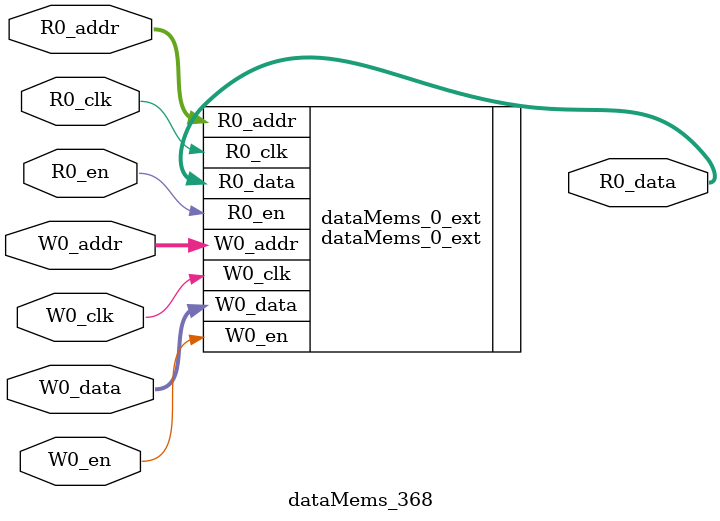
<source format=sv>
`ifndef RANDOMIZE
  `ifdef RANDOMIZE_REG_INIT
    `define RANDOMIZE
  `endif // RANDOMIZE_REG_INIT
`endif // not def RANDOMIZE
`ifndef RANDOMIZE
  `ifdef RANDOMIZE_MEM_INIT
    `define RANDOMIZE
  `endif // RANDOMIZE_MEM_INIT
`endif // not def RANDOMIZE

`ifndef RANDOM
  `define RANDOM $random
`endif // not def RANDOM

// Users can define 'PRINTF_COND' to add an extra gate to prints.
`ifndef PRINTF_COND_
  `ifdef PRINTF_COND
    `define PRINTF_COND_ (`PRINTF_COND)
  `else  // PRINTF_COND
    `define PRINTF_COND_ 1
  `endif // PRINTF_COND
`endif // not def PRINTF_COND_

// Users can define 'ASSERT_VERBOSE_COND' to add an extra gate to assert error printing.
`ifndef ASSERT_VERBOSE_COND_
  `ifdef ASSERT_VERBOSE_COND
    `define ASSERT_VERBOSE_COND_ (`ASSERT_VERBOSE_COND)
  `else  // ASSERT_VERBOSE_COND
    `define ASSERT_VERBOSE_COND_ 1
  `endif // ASSERT_VERBOSE_COND
`endif // not def ASSERT_VERBOSE_COND_

// Users can define 'STOP_COND' to add an extra gate to stop conditions.
`ifndef STOP_COND_
  `ifdef STOP_COND
    `define STOP_COND_ (`STOP_COND)
  `else  // STOP_COND
    `define STOP_COND_ 1
  `endif // STOP_COND
`endif // not def STOP_COND_

// Users can define INIT_RANDOM as general code that gets injected into the
// initializer block for modules with registers.
`ifndef INIT_RANDOM
  `define INIT_RANDOM
`endif // not def INIT_RANDOM

// If using random initialization, you can also define RANDOMIZE_DELAY to
// customize the delay used, otherwise 0.002 is used.
`ifndef RANDOMIZE_DELAY
  `define RANDOMIZE_DELAY 0.002
`endif // not def RANDOMIZE_DELAY

// Define INIT_RANDOM_PROLOG_ for use in our modules below.
`ifndef INIT_RANDOM_PROLOG_
  `ifdef RANDOMIZE
    `ifdef VERILATOR
      `define INIT_RANDOM_PROLOG_ `INIT_RANDOM
    `else  // VERILATOR
      `define INIT_RANDOM_PROLOG_ `INIT_RANDOM #`RANDOMIZE_DELAY begin end
    `endif // VERILATOR
  `else  // RANDOMIZE
    `define INIT_RANDOM_PROLOG_
  `endif // RANDOMIZE
`endif // not def INIT_RANDOM_PROLOG_

// Include register initializers in init blocks unless synthesis is set
`ifndef SYNTHESIS
  `ifndef ENABLE_INITIAL_REG_
    `define ENABLE_INITIAL_REG_
  `endif // not def ENABLE_INITIAL_REG_
`endif // not def SYNTHESIS

// Include rmemory initializers in init blocks unless synthesis is set
`ifndef SYNTHESIS
  `ifndef ENABLE_INITIAL_MEM_
    `define ENABLE_INITIAL_MEM_
  `endif // not def ENABLE_INITIAL_MEM_
`endif // not def SYNTHESIS

module dataMems_368(	// @[generators/ara/src/main/scala/UnsafeAXI4ToTL.scala:365:62]
  input  [4:0]  R0_addr,
  input         R0_en,
  input         R0_clk,
  output [66:0] R0_data,
  input  [4:0]  W0_addr,
  input         W0_en,
  input         W0_clk,
  input  [66:0] W0_data
);

  dataMems_0_ext dataMems_0_ext (	// @[generators/ara/src/main/scala/UnsafeAXI4ToTL.scala:365:62]
    .R0_addr (R0_addr),
    .R0_en   (R0_en),
    .R0_clk  (R0_clk),
    .R0_data (R0_data),
    .W0_addr (W0_addr),
    .W0_en   (W0_en),
    .W0_clk  (W0_clk),
    .W0_data (W0_data)
  );
endmodule


</source>
